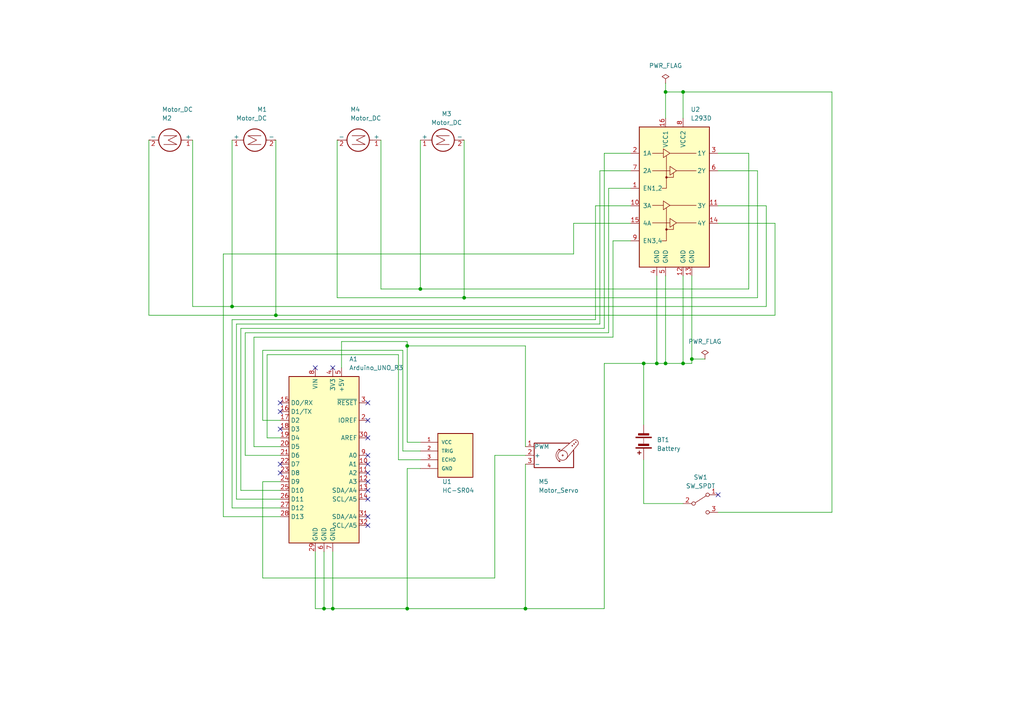
<source format=kicad_sch>
(kicad_sch (version 20230121) (generator eeschema)
  (paper "A4")
  (lib_symbols
    (symbol "Device:Battery" (pin_numbers hide) (pin_names (offset 0) hide)
      (property "Reference" "BT" (at 2.54 2.54 0))
      (property "Value" "Battery" (at 2.54 0 0))
      (symbol "Battery_0_1"
        (rectangle (start -2.286 -1.27) (end 2.286 -1.524) (fill (type outline)))
        (rectangle (start -2.286 1.778) (end 2.286 1.524) (fill (type outline)))
        (rectangle (start -1.524 -2.032) (end 1.524 -2.54) (fill (type outline)))
        (rectangle (start -1.524 1.016) (end 1.524 0.508) (fill (type outline)))
        (polyline (pts (xy 0 -1.016) (xy 0 -0.762)))
        (polyline (pts (xy 0 -0.508) (xy 0 -0.254)))
        (polyline (pts (xy 0 0) (xy 0 0.254)))
        (polyline (pts (xy 0 1.778) (xy 0 2.54)))
        (polyline (pts (xy 0.762 3.048) (xy 1.778 3.048)) (stroke (width 0.254)))
        (polyline (pts (xy 1.27 3.556) (xy 1.27 2.54)) (stroke (width 0.254)))
      )
      (symbol "Battery_1_1"
        (pin passive line (at 0 5.08 270) (length 2.54) (name "+") (number "1"))
        (pin passive line (at 0 -5.08 90) (length 2.54) (name "-") (number "2"))
      )
    )
    (symbol "Driver_Motor:L293D" (pin_names (offset 1.016))
      (property "Reference" "U" (at -5.08 26.035 0))
      (property "Value" "L293D" (at -5.08 24.13 0))
      (symbol "L293D_0_1"
        (rectangle (start -10.16 22.86) (end 10.16 -17.78) (stroke (width 0.254)) (fill (type background)))
        (circle (center -2.286 -6.858) (radius 0.254) (fill (type outline)))
        (circle (center -2.286 8.255) (radius 0.254) (fill (type outline)))
        (polyline (pts (xy -6.35 -4.953) (xy -1.27 -4.953)))
        (polyline (pts (xy -6.35 0.127) (xy -3.175 0.127)))
        (polyline (pts (xy -6.35 10.16) (xy -1.27 10.16)))
        (polyline (pts (xy -6.35 15.24) (xy -3.175 15.24)))
        (polyline (pts (xy -1.27 0.127) (xy 6.35 0.127)))
        (polyline (pts (xy -1.27 15.24) (xy 6.35 15.24)))
        (polyline (pts (xy 0.635 -4.953) (xy 6.35 -4.953)))
        (polyline (pts (xy 0.635 10.16) (xy 6.35 10.16)))
        (polyline (pts (xy -2.286 -6.858) (xy -0.254 -6.858) (xy -0.254 -5.588)))
        (polyline (pts (xy -2.286 -0.635) (xy -2.286 -10.16) (xy -3.556 -10.16)))
        (polyline (pts (xy -2.286 8.255) (xy -0.254 8.255) (xy -0.254 9.525)))
        (polyline (pts (xy -2.286 14.478) (xy -2.286 5.08) (xy -3.556 5.08)))
        (polyline (pts (xy -3.175 1.397) (xy -3.175 -1.143) (xy -1.27 0.127) (xy -3.175 1.397)))
        (polyline (pts (xy -3.175 16.51) (xy -3.175 13.97) (xy -1.27 15.24) (xy -3.175 16.51)))
        (polyline (pts (xy -1.27 -3.683) (xy -1.27 -6.223) (xy 0.635 -4.953) (xy -1.27 -3.683)))
        (polyline (pts (xy -1.27 11.43) (xy -1.27 8.89) (xy 0.635 10.16) (xy -1.27 11.43)))
      )
      (symbol "L293D_1_1"
        (pin input line (at -12.7 5.08 0) (length 2.54) (name "EN1,2") (number "1"))
        (pin input line (at -12.7 0 0) (length 2.54) (name "3A") (number "10"))
        (pin output line (at 12.7 0 180) (length 2.54) (name "3Y") (number "11"))
        (pin power_in line (at 2.54 -20.32 90) (length 2.54) (name "GND") (number "12"))
        (pin power_in line (at 5.08 -20.32 90) (length 2.54) (name "GND") (number "13"))
        (pin output line (at 12.7 -5.08 180) (length 2.54) (name "4Y") (number "14"))
        (pin input line (at -12.7 -5.08 0) (length 2.54) (name "4A") (number "15"))
        (pin power_in line (at -2.54 25.4 270) (length 2.54) (name "VCC1") (number "16"))
        (pin input line (at -12.7 15.24 0) (length 2.54) (name "1A") (number "2"))
        (pin output line (at 12.7 15.24 180) (length 2.54) (name "1Y") (number "3"))
        (pin power_in line (at -5.08 -20.32 90) (length 2.54) (name "GND") (number "4"))
        (pin power_in line (at -2.54 -20.32 90) (length 2.54) (name "GND") (number "5"))
        (pin output line (at 12.7 10.16 180) (length 2.54) (name "2Y") (number "6"))
        (pin input line (at -12.7 10.16 0) (length 2.54) (name "2A") (number "7"))
        (pin power_in line (at 2.54 25.4 270) (length 2.54) (name "VCC2") (number "8"))
        (pin input line (at -12.7 -10.16 0) (length 2.54) (name "EN3,4") (number "9"))
      )
    )
    (symbol "HC-SR04:HC-SR04" (pin_names (offset 1.016))
      (property "Reference" "U" (at 0 5.0813 0))
      (property "Value" "HC-SR04" (at 0 -10.163 0))
      (symbol "HC-SR04_0_0"
        (rectangle (start 0 -7.62) (end 10.16 5.08) (stroke (width 0.254)) (fill (type background)))
        (pin power_in line (at -5.08 2.54 0) (length 5.08) (name "VCC") (number "1"))
        (pin bidirectional line (at -5.08 0 0) (length 5.08) (name "TRIG") (number "2"))
        (pin bidirectional line (at -5.08 -2.54 0) (length 5.08) (name "ECHO") (number "3"))
        (pin power_in line (at -5.08 -5.08 0) (length 5.08) (name "GND") (number "4"))
      )
    )
    (symbol "MCU_Module:Arduino_UNO_R3"
      (property "Reference" "A" (at -10.16 23.495 0))
      (property "Value" "Arduino_UNO_R3" (at 5.08 -26.67 0))
      (symbol "Arduino_UNO_R3_0_1"
        (rectangle (start -10.16 22.86) (end 10.16 -25.4) (stroke (width 0.254)) (fill (type background)))
      )
      (symbol "Arduino_UNO_R3_1_1"
        (pin no_connect line (at -10.16 -20.32 0) (length 2.54) hide (name "NC") (number "1"))
        (pin bidirectional line (at 12.7 -2.54 180) (length 2.54) (name "A1") (number "10"))
        (pin bidirectional line (at 12.7 -5.08 180) (length 2.54) (name "A2") (number "11"))
        (pin bidirectional line (at 12.7 -7.62 180) (length 2.54) (name "A3") (number "12"))
        (pin bidirectional line (at 12.7 -10.16 180) (length 2.54) (name "SDA/A4") (number "13"))
        (pin bidirectional line (at 12.7 -12.7 180) (length 2.54) (name "SCL/A5") (number "14"))
        (pin bidirectional line (at -12.7 15.24 0) (length 2.54) (name "D0/RX") (number "15"))
        (pin bidirectional line (at -12.7 12.7 0) (length 2.54) (name "D1/TX") (number "16"))
        (pin bidirectional line (at -12.7 10.16 0) (length 2.54) (name "D2") (number "17"))
        (pin bidirectional line (at -12.7 7.62 0) (length 2.54) (name "D3") (number "18"))
        (pin bidirectional line (at -12.7 5.08 0) (length 2.54) (name "D4") (number "19"))
        (pin output line (at 12.7 10.16 180) (length 2.54) (name "IOREF") (number "2"))
        (pin bidirectional line (at -12.7 2.54 0) (length 2.54) (name "D5") (number "20"))
        (pin bidirectional line (at -12.7 0 0) (length 2.54) (name "D6") (number "21"))
        (pin bidirectional line (at -12.7 -2.54 0) (length 2.54) (name "D7") (number "22"))
        (pin bidirectional line (at -12.7 -5.08 0) (length 2.54) (name "D8") (number "23"))
        (pin bidirectional line (at -12.7 -7.62 0) (length 2.54) (name "D9") (number "24"))
        (pin bidirectional line (at -12.7 -10.16 0) (length 2.54) (name "D10") (number "25"))
        (pin bidirectional line (at -12.7 -12.7 0) (length 2.54) (name "D11") (number "26"))
        (pin bidirectional line (at -12.7 -15.24 0) (length 2.54) (name "D12") (number "27"))
        (pin bidirectional line (at -12.7 -17.78 0) (length 2.54) (name "D13") (number "28"))
        (pin power_in line (at -2.54 -27.94 90) (length 2.54) (name "GND") (number "29"))
        (pin input line (at 12.7 15.24 180) (length 2.54) (name "~{RESET}") (number "3"))
        (pin input line (at 12.7 5.08 180) (length 2.54) (name "AREF") (number "30"))
        (pin bidirectional line (at 12.7 -17.78 180) (length 2.54) (name "SDA/A4") (number "31"))
        (pin bidirectional line (at 12.7 -20.32 180) (length 2.54) (name "SCL/A5") (number "32"))
        (pin power_out line (at 2.54 25.4 270) (length 2.54) (name "3V3") (number "4"))
        (pin power_out line (at 5.08 25.4 270) (length 2.54) (name "+5V") (number "5"))
        (pin power_in line (at 0 -27.94 90) (length 2.54) (name "GND") (number "6"))
        (pin power_in line (at 2.54 -27.94 90) (length 2.54) (name "GND") (number "7"))
        (pin power_in line (at -2.54 25.4 270) (length 2.54) (name "VIN") (number "8"))
        (pin bidirectional line (at 12.7 0 180) (length 2.54) (name "A0") (number "9"))
      )
    )
    (symbol "Motor:Motor_DC" (pin_names (offset 0))
      (property "Reference" "M" (at 2.54 2.54 0))
      (property "Value" "Motor_DC" (at 2.54 -5.08 0))
      (symbol "Motor_DC_0_0"
        (polyline (pts (xy -1.27 -3.302) (xy -1.27 0.508) (xy 0 -2.032) (xy 1.27 0.508) (xy 1.27 -3.302)))
      )
      (symbol "Motor_DC_0_1"
        (circle (center 0 -1.524) (radius 3.2512) (stroke (width 0.254)))
        (polyline (pts (xy 0 -7.62) (xy 0 -7.112)))
        (polyline (pts (xy 0 -4.7752) (xy 0 -5.1816)))
        (polyline (pts (xy 0 1.7272) (xy 0 2.0828)))
        (polyline (pts (xy 0 2.032) (xy 0 2.54)))
      )
      (symbol "Motor_DC_1_1"
        (pin passive line (at 0 5.08 270) (length 2.54) (name "+") (number "1"))
        (pin passive line (at 0 -7.62 90) (length 2.54) (name "-") (number "2"))
      )
    )
    (symbol "Motor:Motor_Servo" (pin_names (offset 0.0254))
      (property "Reference" "M" (at -5.08 4.445 0))
      (property "Value" "Motor_Servo" (at -5.08 -4.064 0))
      (symbol "Motor_Servo_0_1"
        (polyline (pts (xy 2.413 -1.778) (xy 2.032 -1.778)))
        (polyline (pts (xy 2.413 -1.778) (xy 2.286 -1.397)))
        (polyline (pts (xy 2.413 1.778) (xy 1.905 1.778)))
        (polyline (pts (xy 2.413 1.778) (xy 2.286 1.397)))
        (polyline (pts (xy 6.35 4.445) (xy 2.54 1.27)))
        (polyline (pts (xy 7.62 3.175) (xy 4.191 -1.016)))
        (polyline (pts (xy 5.08 3.556) (xy -5.08 3.556) (xy -5.08 -3.556) (xy 6.35 -3.556) (xy 6.35 1.524)) (stroke (width 0.254)))
        (arc (start 2.413 1.778) (mid 1.2406 0) (end 2.413 -1.778))
        (circle (center 3.175 0) (radius 0.1778))
        (circle (center 3.175 0) (radius 1.4224))
        (circle (center 5.969 2.794) (radius 0.127))
        (circle (center 6.477 3.302) (radius 0.127))
        (circle (center 6.985 3.81) (radius 0.127))
        (arc (start 7.62 3.175) (mid 7.4485 4.2735) (end 6.35 4.445))
      )
      (symbol "Motor_Servo_1_1"
        (pin passive line (at -7.62 2.54 0) (length 2.54) (name "PWM") (number "1"))
        (pin passive line (at -7.62 0 0) (length 2.54) (name "+") (number "2"))
        (pin passive line (at -7.62 -2.54 0) (length 2.54) (name "-") (number "3"))
      )
    )
    (symbol "Switch:SW_SPDT" (pin_names (offset 0) hide)
      (property "Reference" "SW" (at 0 4.318 0))
      (property "Value" "SW_SPDT" (at 0 -5.08 0))
      (symbol "SW_SPDT_0_0"
        (circle (center -2.032 0) (radius 0.508))
        (circle (center 2.032 -2.54) (radius 0.508))
      )
      (symbol "SW_SPDT_0_1"
        (polyline (pts (xy -1.524 0.254) (xy 1.651 2.286)))
        (circle (center 2.032 2.54) (radius 0.508))
      )
      (symbol "SW_SPDT_1_1"
        (pin passive line (at 5.08 2.54 180) (length 2.54) (name "A") (number "1"))
        (pin passive line (at -5.08 0 0) (length 2.54) (name "B") (number "2"))
        (pin passive line (at 5.08 -2.54 180) (length 2.54) (name "C") (number "3"))
      )
    )
    (symbol "power:PWR_FLAG" (power) (pin_numbers hide) (pin_names (offset 0) hide)
      (property "Value" "PWR_FLAG" (at 0 3.81 0))
      (symbol "PWR_FLAG_0_0"
        (pin power_out line (at 0 0 90) (length 0) (name "pwr") (number "1"))
      )
      (symbol "PWR_FLAG_0_1"
        (polyline (pts (xy 0 0) (xy 0 1.27) (xy -1.016 1.905) (xy 0 2.54) (xy 1.016 1.905) (xy 0 1.27)))
      )
    )
  )
  (junction (at 193.04 105.41))
  (junction (at 96.52 176.53))
  (junction (at 80.01 91.44))
  (junction (at 121.92 83.82))
  (junction (at 134.62 86.36))
  (junction (at 118.11 176.53))
  (junction (at 198.12 105.41))
  (junction (at 193.04 26.67))
  (junction (at 190.5 105.41))
  (junction (at 93.98 176.53))
  (junction (at 198.12 26.67))
  (junction (at 186.69 105.41))
  (junction (at 200.66 104.14))
  (junction (at 67.31 88.9))
  (junction (at 118.11 100.33))
  (junction (at 152.4 176.53))
  (no_connect (at 106.68 132.08))
  (no_connect (at 106.68 116.84))
  (no_connect (at 106.68 144.78))
  (no_connect (at 106.68 149.86))
  (no_connect (at 81.28 116.84))
  (no_connect (at 106.68 121.92))
  (no_connect (at 106.68 139.7))
  (no_connect (at 96.52 106.68))
  (no_connect (at 81.28 119.38))
  (no_connect (at 106.68 152.4))
  (no_connect (at 81.28 124.46))
  (no_connect (at 208.28 143.51))
  (no_connect (at 106.68 137.16))
  (no_connect (at 81.28 137.16))
  (no_connect (at 106.68 134.62))
  (no_connect (at 106.68 127))
  (no_connect (at 106.68 142.24))
  (no_connect (at 91.44 106.68))
  (no_connect (at 81.28 134.62))
  (wire (pts (xy 55.88 40.64) (xy 55.88 88.9)))
  (wire (pts (xy 186.69 146.05) (xy 198.12 146.05)))
  (wire (pts (xy 177.8 69.85) (xy 177.8 97.79)))
  (wire (pts (xy 200.66 104.14) (xy 200.66 105.41)))
  (wire (pts (xy 173.99 49.53) (xy 173.99 93.98)))
  (wire (pts (xy 219.71 86.36) (xy 219.71 49.53)))
  (wire (pts (xy 99.06 99.06) (xy 118.11 99.06)))
  (wire (pts (xy 193.04 105.41) (xy 190.5 105.41)))
  (wire (pts (xy 121.92 83.82) (xy 217.17 83.82)))
  (wire (pts (xy 118.11 128.27) (xy 121.92 128.27)))
  (wire (pts (xy 67.31 40.64) (xy 67.31 88.9)))
  (wire (pts (xy 121.92 130.81) (xy 116.84 130.81)))
  (wire (pts (xy 219.71 49.53) (xy 208.28 49.53)))
  (wire (pts (xy 241.3 26.67) (xy 241.3 148.59)))
  (wire (pts (xy 222.25 88.9) (xy 222.25 59.69)))
  (wire (pts (xy 121.92 135.89) (xy 118.11 135.89)))
  (wire (pts (xy 67.31 92.71) (xy 172.72 92.71)))
  (wire (pts (xy 198.12 26.67) (xy 198.12 34.29)))
  (wire (pts (xy 118.11 176.53) (xy 152.4 176.53)))
  (wire (pts (xy 55.88 88.9) (xy 67.31 88.9)))
  (wire (pts (xy 198.12 105.41) (xy 193.04 105.41)))
  (wire (pts (xy 175.26 176.53) (xy 175.26 105.41)))
  (wire (pts (xy 77.47 127) (xy 81.28 127)))
  (wire (pts (xy 193.04 80.01) (xy 193.04 105.41)))
  (wire (pts (xy 143.51 167.64) (xy 143.51 132.08)))
  (wire (pts (xy 64.77 73.66) (xy 166.37 73.66)))
  (wire (pts (xy 118.11 100.33) (xy 118.11 128.27)))
  (wire (pts (xy 67.31 88.9) (xy 222.25 88.9)))
  (wire (pts (xy 68.58 144.78) (xy 81.28 144.78)))
  (wire (pts (xy 182.88 49.53) (xy 173.99 49.53)))
  (wire (pts (xy 118.11 135.89) (xy 118.11 176.53)))
  (wire (pts (xy 81.28 149.86) (xy 64.77 149.86)))
  (wire (pts (xy 176.53 96.52) (xy 176.53 54.61)))
  (wire (pts (xy 97.79 86.36) (xy 134.62 86.36)))
  (wire (pts (xy 71.12 132.08) (xy 71.12 96.52)))
  (wire (pts (xy 241.3 26.67) (xy 198.12 26.67)))
  (wire (pts (xy 198.12 26.67) (xy 193.04 26.67)))
  (wire (pts (xy 73.66 97.79) (xy 73.66 129.54)))
  (wire (pts (xy 152.4 134.62) (xy 152.4 176.53)))
  (wire (pts (xy 193.04 24.13) (xy 193.04 26.67)))
  (wire (pts (xy 97.79 40.64) (xy 97.79 86.36)))
  (wire (pts (xy 200.66 80.01) (xy 200.66 104.14)))
  (wire (pts (xy 121.92 133.35) (xy 115.57 133.35)))
  (wire (pts (xy 224.79 64.77) (xy 208.28 64.77)))
  (wire (pts (xy 172.72 59.69) (xy 182.88 59.69)))
  (wire (pts (xy 121.92 40.64) (xy 121.92 83.82)))
  (wire (pts (xy 208.28 148.59) (xy 241.3 148.59)))
  (wire (pts (xy 99.06 106.68) (xy 99.06 99.06)))
  (wire (pts (xy 43.18 40.64) (xy 43.18 91.44)))
  (wire (pts (xy 172.72 59.69) (xy 172.72 92.71)))
  (wire (pts (xy 166.37 73.66) (xy 166.37 64.77)))
  (wire (pts (xy 217.17 83.82) (xy 217.17 44.45)))
  (wire (pts (xy 64.77 149.86) (xy 64.77 73.66)))
  (wire (pts (xy 69.85 142.24) (xy 81.28 142.24)))
  (wire (pts (xy 93.98 176.53) (xy 96.52 176.53)))
  (wire (pts (xy 80.01 91.44) (xy 224.79 91.44)))
  (wire (pts (xy 110.49 40.64) (xy 110.49 83.82)))
  (wire (pts (xy 224.79 91.44) (xy 224.79 64.77)))
  (wire (pts (xy 193.04 26.67) (xy 193.04 34.29)))
  (wire (pts (xy 93.98 160.02) (xy 93.98 176.53)))
  (wire (pts (xy 175.26 105.41) (xy 186.69 105.41)))
  (wire (pts (xy 77.47 102.87) (xy 77.47 127)))
  (wire (pts (xy 43.18 91.44) (xy 80.01 91.44)))
  (wire (pts (xy 152.4 129.54) (xy 152.4 100.33)))
  (wire (pts (xy 182.88 44.45) (xy 175.26 44.45)))
  (wire (pts (xy 96.52 160.02) (xy 96.52 176.53)))
  (wire (pts (xy 186.69 146.05) (xy 186.69 133.35)))
  (wire (pts (xy 166.37 64.77) (xy 182.88 64.77)))
  (wire (pts (xy 71.12 96.52) (xy 176.53 96.52)))
  (wire (pts (xy 134.62 40.64) (xy 134.62 86.36)))
  (wire (pts (xy 81.28 139.7) (xy 76.2 139.7)))
  (wire (pts (xy 91.44 176.53) (xy 93.98 176.53)))
  (wire (pts (xy 190.5 105.41) (xy 186.69 105.41)))
  (wire (pts (xy 76.2 139.7) (xy 76.2 167.64)))
  (wire (pts (xy 143.51 132.08) (xy 152.4 132.08)))
  (wire (pts (xy 198.12 80.01) (xy 198.12 105.41)))
  (wire (pts (xy 67.31 147.32) (xy 67.31 92.71)))
  (wire (pts (xy 176.53 54.61) (xy 182.88 54.61)))
  (wire (pts (xy 73.66 129.54) (xy 81.28 129.54)))
  (wire (pts (xy 68.58 93.98) (xy 68.58 144.78)))
  (wire (pts (xy 204.47 104.14) (xy 200.66 104.14)))
  (wire (pts (xy 200.66 105.41) (xy 198.12 105.41)))
  (wire (pts (xy 177.8 97.79) (xy 73.66 97.79)))
  (wire (pts (xy 115.57 133.35) (xy 115.57 102.87)))
  (wire (pts (xy 116.84 101.6) (xy 76.2 101.6)))
  (wire (pts (xy 81.28 147.32) (xy 67.31 147.32)))
  (wire (pts (xy 96.52 176.53) (xy 118.11 176.53)))
  (wire (pts (xy 80.01 40.64) (xy 80.01 91.44)))
  (wire (pts (xy 116.84 130.81) (xy 116.84 101.6)))
  (wire (pts (xy 186.69 105.41) (xy 186.69 123.19)))
  (wire (pts (xy 118.11 99.06) (xy 118.11 100.33)))
  (wire (pts (xy 110.49 83.82) (xy 121.92 83.82)))
  (wire (pts (xy 76.2 121.92) (xy 81.28 121.92)))
  (wire (pts (xy 182.88 69.85) (xy 177.8 69.85)))
  (wire (pts (xy 217.17 44.45) (xy 208.28 44.45)))
  (wire (pts (xy 76.2 101.6) (xy 76.2 121.92)))
  (wire (pts (xy 115.57 102.87) (xy 77.47 102.87)))
  (wire (pts (xy 71.12 132.08) (xy 81.28 132.08)))
  (wire (pts (xy 91.44 160.02) (xy 91.44 176.53)))
  (wire (pts (xy 222.25 59.69) (xy 208.28 59.69)))
  (wire (pts (xy 152.4 176.53) (xy 175.26 176.53)))
  (wire (pts (xy 76.2 167.64) (xy 143.51 167.64)))
  (wire (pts (xy 173.99 93.98) (xy 68.58 93.98)))
  (wire (pts (xy 134.62 86.36) (xy 219.71 86.36)))
  (wire (pts (xy 152.4 100.33) (xy 118.11 100.33)))
  (wire (pts (xy 190.5 80.01) (xy 190.5 105.41)))
  (wire (pts (xy 69.85 95.25) (xy 69.85 142.24)))
  (wire (pts (xy 175.26 95.25) (xy 69.85 95.25)))
  (wire (pts (xy 175.26 44.45) (xy 175.26 95.25)))
  (symbol (lib_id "Driver_Motor:L293D") (at 195.58 59.69 0) (unit 1)
    (property "Reference" "U2" (at 200.3141 31.75 0) (effects (justify left)))
    (property "Value" "L293D" (at 200.3141 34.29 0) (effects (justify left)))
    (property "Footprint" "Package_DIP:DIP-16_W7.62mm" (effects hide))
    (property "Datasheet" "http://www.ti.com/lit/ds/symlink/l293.pdf" (effects hide))
  )
  (symbol (lib_id "Motor:Motor_DC") (at 72.39 40.64 90) (unit 1)
    (property "Reference" "M1" (at 77.47 31.75 90) (effects (justify left)))
    (property "Value" "Motor_DC" (at 77.47 34.29 90) (effects (justify left)))
  )
  (symbol (lib_id "power:PWR_FLAG") (at 193.04 24.13 0) (unit 1)
    (property "Reference" "#FLG01" (effects hide))
    (property "Value" "PWR_FLAG" (at 193.04 19.05 0))
  )
  (symbol (lib_id "HC-SR04:HC-SR04") (at 127 130.81 0) (unit 1)
    (property "Reference" "U1" (at 128.27 139.7 0) (effects (justify left)))
    (property "Value" "HC-SR04" (at 128.27 142.24 0) (effects (justify left)))
    (property "Footprint" "HC-SR04:XCVR_HC-SR04" (effects hide))
    (property "MF" "OSEPP Electronics" (effects hide))
    (property "Description" "\nUltrasonic Sensor Module,Rectangular,20-4000 mm,5 V,15 mA,Arduino Compatible | OSEPP HC-SR04\n" (effects hide))
    (property "Package" "None" (effects hide))
    (property "Price" "None" (effects hide))
    (property "Check_prices" "https://www.snapeda.com/parts/HC-SR04/Applied+Avionics/view-part/?ref=eda" (effects hide))
    (property "SnapEDA_Link" "https://www.snapeda.com/parts/HC-SR04/Applied+Avionics/view-part/?ref=snap" (effects hide))
    (property "MP" "HC-SR04" (effects hide))
    (property "Purchase-URL" "https://www.snapeda.com/api/url_track_click_mouser/?unipart_id=4571889&manufacturer=OSEPP Electronics&part_name=HC-SR04&search_term=None" (effects hide))
    (property "Availability" "In Stock" (effects hide))
    (property "MANUFACTURER" "Osepp" (effects hide))
  )
  (symbol (lib_id "Device:Battery") (at 186.69 128.27 180) (unit 1)
    (property "Reference" "BT1" (at 190.5 127.5715 0) (effects (justify right)))
    (property "Value" "Battery" (at 190.5 130.1115 0) (effects (justify right)))
  )
  (symbol (lib_id "MCU_Module:Arduino_UNO_R3") (at 93.98 132.08 0) (unit 1)
    (property "Reference" "A1" (at 101.2541 104.14 0) (effects (justify left)))
    (property "Value" "Arduino_UNO_R3" (at 101.2541 106.68 0) (effects (justify left)))
    (property "Footprint" "Module:Arduino_UNO_R3" (effects hide))
    (property "Datasheet" "https://www.arduino.cc/en/Main/arduinoBoardUno" (effects hide))
  )
  (symbol (lib_id "power:PWR_FLAG") (at 204.47 104.14 0) (unit 1)
    (property "Reference" "#FLG02" (effects hide))
    (property "Value" "PWR_FLAG" (at 204.47 99.06 0))
  )
  (symbol (lib_id "Switch:SW_SPDT") (at 203.2 146.05 0) (unit 1)
    (property "Reference" "SW1" (at 203.2 138.43 0))
    (property "Value" "SW_SPDT" (at 203.2 140.97 0))
  )
  (symbol (lib_id "Motor:Motor_DC") (at 127 40.64 90) (unit 1)
    (property "Reference" "M3" (at 129.54 33.02 90))
    (property "Value" "Motor_DC" (at 129.54 35.56 90))
  )
  (symbol (lib_id "Motor:Motor_DC") (at 50.8 40.64 270) (mirror x) (unit 1)
    (property "Reference" "M2" (at 46.99 34.29 90) (effects (justify left)))
    (property "Value" "Motor_DC" (at 46.99 31.75 90) (effects (justify left)))
  )
  (symbol (lib_id "Motor:Motor_Servo") (at 160.02 132.08 0) (unit 1)
    (property "Reference" "M5" (at 156.21 139.7 0) (effects (justify left)))
    (property "Value" "Motor_Servo" (at 156.21 142.24 0) (effects (justify left)))
    (property "Datasheet" "http://forums.parallax.com/uploads/attachments/46831/74481.png" (effects hide))
  )
  (symbol (lib_id "Motor:Motor_DC") (at 105.41 40.64 270) (unit 1)
    (property "Reference" "M4" (at 101.6 31.75 90) (effects (justify left)))
    (property "Value" "Motor_DC" (at 101.6 34.29 90) (effects (justify left)))
  )
)
</source>
